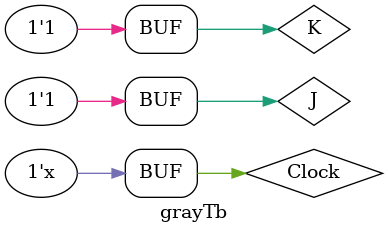
<source format=v>
`timescale 1ns / 1ps

module grayTb;

	// Inputs
	reg J;
	reg K;
	reg Clock;

	// Outputs
	wire [3:0] Q;

	// Instantiate the Unit Under Test (UUT)
	grayCounter uut (
		.J(J), 
		.K(K), 
		.Clock(Clock), 
		.Q(Q)
	);

	initial begin
		// Initialize Inputs
		J = 1;
		K = 1;
		Clock = 0;
		#100;
	end
	always #30 Clock = ~Clock;	
      
endmodule


</source>
